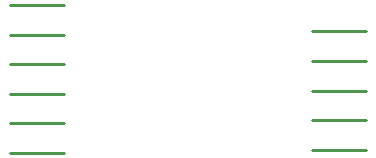
<source format=gbo>
G04 Layer: BottomSilkscreenLayer*
G04 EasyEDA v6.4.31, 2022-02-18 10:26:20*
G04 Gerber Generator version 0.2*
G04 Scale: 100 percent, Rotated: No, Reflected: No *
G04 Dimensions in millimeters *
G04 leading zeros omitted , absolute positions ,4 integer and 5 decimal *
%FSLAX45Y45*%
%MOMM*%

%ADD10C,0.2540*%

%LPD*%
D10*
X2805315Y-856200D02*
G01*
X3262515Y-856200D01*
X2805300Y-1106197D02*
G01*
X3262500Y-1106197D01*
X2805315Y-1356194D02*
G01*
X3262515Y-1356194D01*
X2805300Y-1856198D02*
G01*
X3262500Y-1856198D01*
X2805300Y-1606151D02*
G01*
X3262500Y-1606151D01*
X712596Y-1883023D02*
G01*
X255396Y-1883023D01*
X712584Y-1632999D02*
G01*
X255384Y-1632999D01*
X712599Y-1383002D02*
G01*
X255399Y-1383002D01*
X712584Y-1133005D02*
G01*
X255384Y-1133005D01*
X712599Y-633001D02*
G01*
X255399Y-633001D01*
X712599Y-883048D02*
G01*
X255399Y-883048D01*
M02*

</source>
